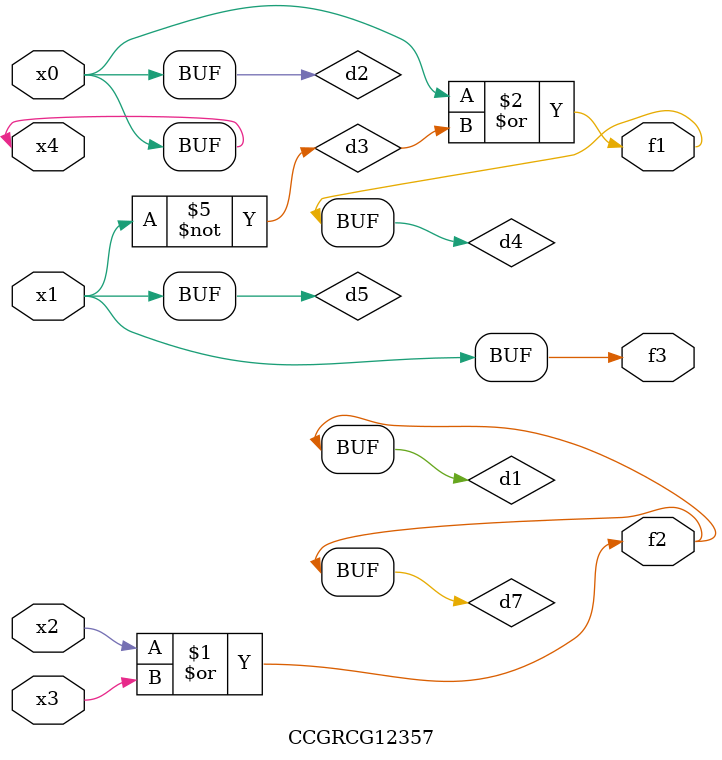
<source format=v>
module CCGRCG12357(
	input x0, x1, x2, x3, x4,
	output f1, f2, f3
);

	wire d1, d2, d3, d4, d5, d6, d7;

	or (d1, x2, x3);
	buf (d2, x0, x4);
	not (d3, x1);
	or (d4, d2, d3);
	not (d5, d3);
	nand (d6, d1, d3);
	or (d7, d1);
	assign f1 = d4;
	assign f2 = d7;
	assign f3 = d5;
endmodule

</source>
